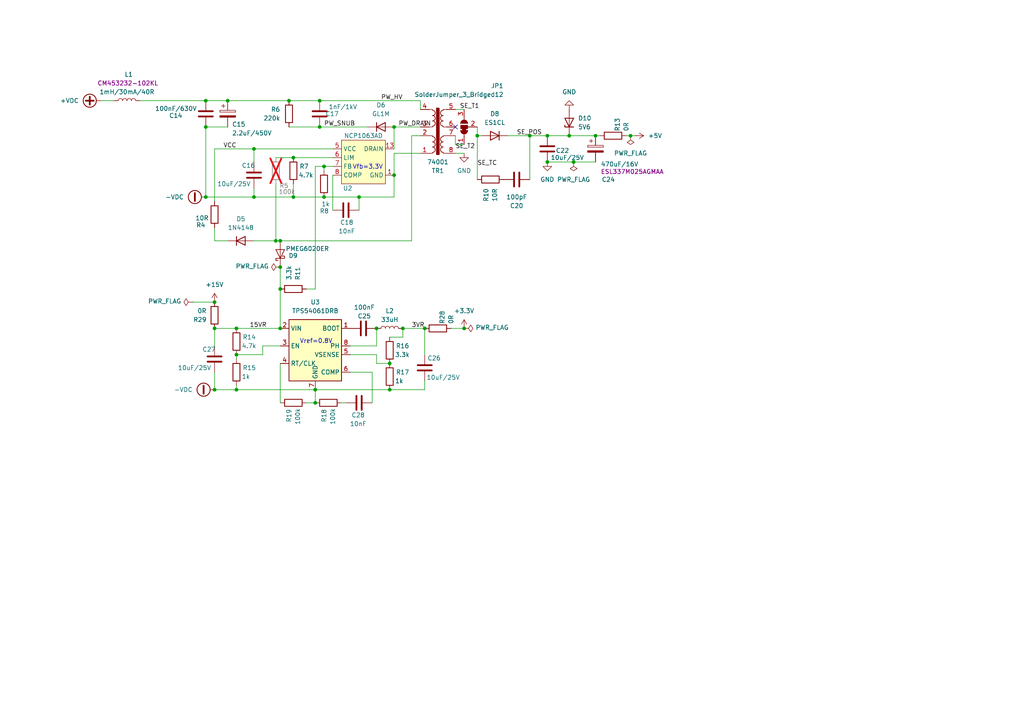
<source format=kicad_sch>
(kicad_sch (version 20231120) (generator "eeschema") (generator_version "8.0")
  (paper "A4")
  (lib_symbols
    (symbol "Device:C" (pin_numbers hide) (pin_names (offset 0.254))
      (property "Reference" "C" (at 0.635 2.54 0))
      (property "Value" "C" (at 0.635 -2.54 0))
      (symbol "C_0_1"
        (polyline (pts (xy -2.032 -0.762) (xy 2.032 -0.762)) (stroke (width 0.508)))
        (polyline (pts (xy -2.032 0.762) (xy 2.032 0.762)) (stroke (width 0.508)))
      )
      (symbol "C_1_1"
        (pin passive line (at 0 3.81 270) (length 2.794) (name "~") (number "1"))
        (pin passive line (at 0 -3.81 90) (length 2.794) (name "~") (number "2"))
      )
    )
    (symbol "Device:C_Polarized" (pin_numbers hide) (pin_names (offset 0.254))
      (property "Reference" "C" (at 0.635 2.54 0))
      (property "Value" "C_Polarized" (at 0.635 -2.54 0))
      (symbol "C_Polarized_0_1"
        (rectangle (start -2.286 0.508) (end 2.286 1.016))
        (polyline (pts (xy -1.778 2.286) (xy -0.762 2.286)))
        (polyline (pts (xy -1.27 2.794) (xy -1.27 1.778)))
        (rectangle (start 2.286 -0.508) (end -2.286 -1.016) (fill (type outline)))
      )
      (symbol "C_Polarized_1_1"
        (pin passive line (at 0 3.81 270) (length 2.794) (name "~") (number "1"))
        (pin passive line (at 0 -3.81 90) (length 2.794) (name "~") (number "2"))
      )
    )
    (symbol "Device:D" (pin_numbers hide) (pin_names (offset 1.016) hide)
      (property "Reference" "D" (at 0 2.54 0))
      (property "Value" "D" (at 0 -2.54 0))
      (symbol "D_0_1"
        (polyline (pts (xy -1.27 1.27) (xy -1.27 -1.27)) (stroke (width 0.254)))
        (polyline (pts (xy 1.27 0) (xy -1.27 0)))
        (polyline (pts (xy 1.27 1.27) (xy 1.27 -1.27) (xy -1.27 0) (xy 1.27 1.27)) (stroke (width 0.254)))
      )
      (symbol "D_1_1"
        (pin passive line (at -3.81 0 0) (length 2.54) (name "K") (number "1"))
        (pin passive line (at 3.81 0 180) (length 2.54) (name "A") (number "2"))
      )
    )
    (symbol "Device:D_Zener" (pin_numbers hide) (pin_names (offset 1.016) hide)
      (property "Reference" "D" (at 0 2.54 0))
      (property "Value" "D_Zener" (at 0 -2.54 0))
      (symbol "D_Zener_0_1"
        (polyline (pts (xy 1.27 0) (xy -1.27 0)))
        (polyline (pts (xy -1.27 -1.27) (xy -1.27 1.27) (xy -0.762 1.27)) (stroke (width 0.254)))
        (polyline (pts (xy 1.27 -1.27) (xy 1.27 1.27) (xy -1.27 0) (xy 1.27 -1.27)) (stroke (width 0.254)))
      )
      (symbol "D_Zener_1_1"
        (pin passive line (at -3.81 0 0) (length 2.54) (name "K") (number "1"))
        (pin passive line (at 3.81 0 180) (length 2.54) (name "A") (number "2"))
      )
    )
    (symbol "Device:L" (pin_numbers hide) (pin_names (offset 1.016) hide)
      (property "Reference" "L" (at -1.27 0 90))
      (property "Value" "L" (at 1.905 0 90))
      (symbol "L_0_1"
        (arc (start 0 -2.54) (mid 0.6323 -1.905) (end 0 -1.27))
        (arc (start 0 -1.27) (mid 0.6323 -0.635) (end 0 0))
        (arc (start 0 0) (mid 0.6323 0.635) (end 0 1.27))
        (arc (start 0 1.27) (mid 0.6323 1.905) (end 0 2.54))
      )
      (symbol "L_1_1"
        (pin passive line (at 0 3.81 270) (length 1.27) (name "1") (number "1"))
        (pin passive line (at 0 -3.81 90) (length 1.27) (name "2") (number "2"))
      )
    )
    (symbol "Device:R" (pin_numbers hide) (pin_names (offset 0))
      (property "Reference" "R" (at 2.032 0 90))
      (property "Value" "R" (at 0 0 90))
      (symbol "R_0_1"
        (rectangle (start -1.016 -2.54) (end 1.016 2.54) (stroke (width 0.254)))
      )
      (symbol "R_1_1"
        (pin passive line (at 0 3.81 270) (length 1.27) (name "~") (number "1"))
        (pin passive line (at 0 -3.81 90) (length 1.27) (name "~") (number "2"))
      )
    )
    (symbol "Diode:PMEG2010AEH" (pin_numbers hide) (pin_names hide)
      (property "Reference" "D" (at 0 2.54 0))
      (property "Value" "PMEG2010AEH" (at 0 -2.54 0))
      (symbol "PMEG2010AEH_0_1"
        (polyline (pts (xy 1.27 0) (xy -1.27 0)))
        (polyline (pts (xy 1.27 1.27) (xy 1.27 -1.27) (xy -1.27 0) (xy 1.27 1.27)) (stroke (width 0.2032)))
        (polyline (pts (xy -1.905 0.635) (xy -1.905 1.27) (xy -1.27 1.27) (xy -1.27 -1.27) (xy -0.635 -1.27) (xy -0.635 -0.635)) (stroke (width 0.2032)))
      )
      (symbol "PMEG2010AEH_1_1"
        (pin passive line (at -3.81 0 0) (length 2.54) (name "K") (number "1"))
        (pin passive line (at 3.81 0 180) (length 2.54) (name "A") (number "2"))
      )
    )
    (symbol "EAX:NCP1063AD"
      (property "Reference" "U" (at -5.588 8.382 0))
      (property "Value" "NCP1063AD" (at -0.508 6.35 0))
      (symbol "NCP1063AD_1_0"
        (pin passive line (at 8.89 -5.08 180) (length 2.54) hide (name "GND") (number "2"))
        (pin passive line (at 8.89 -5.08 180) (length 2.54) hide (name "GND") (number "3"))
        (pin passive line (at 8.89 -5.08 180) (length 2.54) hide (name "GND") (number "4"))
      )
      (symbol "NCP1063AD_1_1"
        (rectangle (start -6.35 5.08) (end 6.35 -7.62) (fill (type background)))
        (pin power_in line (at 8.89 -5.08 180) (length 2.54) (name "GND") (number "1"))
        (pin no_connect line (at 6.35 -12.7 180) (length 2.54) hide (name "NC") (number "10"))
        (pin no_connect line (at 6.35 -15.24 180) (length 2.54) hide (name "NC") (number "11"))
        (pin no_connect line (at 6.35 -17.78 180) (length 2.54) hide (name "NC") (number "12"))
        (pin output line (at 8.89 2.54 180) (length 2.54) (name "DRAIN") (number "13"))
        (pin output line (at 8.89 2.54 180) (length 2.54) hide (name "DRAIN") (number "14"))
        (pin output line (at 8.89 2.54 180) (length 2.54) hide (name "DRAIN") (number "15"))
        (pin output line (at 8.89 2.54 180) (length 2.54) hide (name "DRAIN") (number "16"))
        (pin passive line (at -8.89 2.54 0) (length 2.54) (name "VCC") (number "5"))
        (pin passive line (at -8.89 0 0) (length 2.54) (name "LIM") (number "6"))
        (pin passive line (at -8.89 -2.54 0) (length 2.54) (name "FB") (number "7"))
        (pin passive line (at -8.89 -5.08 0) (length 2.54) (name "COMP") (number "8"))
        (pin no_connect line (at 6.35 -10.16 180) (length 2.54) hide (name "NC") (number "9"))
      )
    )
    (symbol "Jumper:SolderJumper_3_Bridged12" (pin_names (offset 0) hide) (exclude_from_sim yes) (in_bom no)
      (property "Reference" "JP" (at -2.54 -2.54 0))
      (property "Value" "SolderJumper_3_Bridged12" (at 0 2.794 0))
      (symbol "SolderJumper_3_Bridged12_0_1"
        (rectangle (start -1.016 0.508) (end -0.508 -0.508) (fill (type outline)))
        (arc (start -1.016 1.016) (mid -2.0276 0) (end -1.016 -1.016))
        (arc (start -1.016 1.016) (mid -2.0276 0) (end -1.016 -1.016) (fill (type outline)))
        (rectangle (start -0.508 1.016) (end 0.508 -1.016) (fill (type outline)))
        (polyline (pts (xy -2.54 0) (xy -2.032 0)))
        (polyline (pts (xy -1.016 1.016) (xy -1.016 -1.016)))
        (polyline (pts (xy 0 -1.27) (xy 0 -1.016)))
        (polyline (pts (xy 1.016 1.016) (xy 1.016 -1.016)))
        (polyline (pts (xy 2.54 0) (xy 2.032 0)))
        (arc (start 1.016 -1.016) (mid 2.0276 0) (end 1.016 1.016))
        (arc (start 1.016 -1.016) (mid 2.0276 0) (end 1.016 1.016) (fill (type outline)))
      )
      (symbol "SolderJumper_3_Bridged12_1_1"
        (pin passive line (at -5.08 0 0) (length 2.54) (name "A") (number "1"))
        (pin passive line (at 0 -3.81 90) (length 2.54) (name "C") (number "2"))
        (pin passive line (at 5.08 0 180) (length 2.54) (name "B") (number "3"))
      )
    )
    (symbol "Regulator_Switching:TPS54061DRB"
      (property "Reference" "U" (at -7.62 11.43 0))
      (property "Value" "TPS54061DRB" (at -7.62 8.89 0))
      (symbol "TPS54061DRB_0_1"
        (rectangle (start -7.62 7.62) (end 7.62 -10.16) (stroke (width 0.254)) (fill (type background)))
      )
      (symbol "TPS54061DRB_1_1"
        (pin passive line (at 10.16 5.08 180) (length 2.54) (name "BOOT") (number "1"))
        (pin power_in line (at -10.16 5.08 0) (length 2.54) (name "VIN") (number "2"))
        (pin input line (at -10.16 0 0) (length 2.54) (name "EN") (number "3"))
        (pin passive line (at -10.16 -5.08 0) (length 2.54) (name "RT/CLK") (number "4"))
        (pin input line (at 10.16 -2.54 180) (length 2.54) (name "VSENSE") (number "5"))
        (pin passive line (at 10.16 -7.62 180) (length 2.54) (name "COMP") (number "6"))
        (pin power_in line (at 0 -12.7 90) (length 2.54) (name "GND") (number "7"))
        (pin power_out line (at 10.16 0 180) (length 2.54) (name "PH") (number "8"))
        (pin passive line (at 0 -12.7 90) (length 2.54) hide (name "GND") (number "9"))
      )
    )
    (symbol "TRANSF6_1" (pin_names (offset 0))
      (property "Reference" "TR2" (at 0 12.7 0))
      (property "Value" "TRANSF6" (at 0 10.16 0))
      (symbol "TRANSF6_1_0_1"
        (arc (start -1.524 -4.826) (mid -0.7653 -4.064) (end -1.524 -3.302) (stroke (width 0.2032)))
        (arc (start -1.524 -3.302) (mid -0.7653 -2.54) (end -1.524 -1.778) (stroke (width 0.2032)))
        (arc (start -1.524 -1.778) (mid -0.7653 -1.016) (end -1.524 -0.254) (stroke (width 0.2032)))
        (arc (start -1.524 2.794) (mid -0.7653 3.556) (end -1.524 4.318) (stroke (width 0.2032)))
        (arc (start -1.524 4.318) (mid -0.7653 5.08) (end -1.524 5.842) (stroke (width 0.2032)))
        (arc (start -1.524 5.842) (mid -0.7653 6.604) (end -1.524 7.366) (stroke (width 0.2032)))
        (rectangle (start -0.254 7.874) (end 0.254 -5.334) (stroke (width 0.508)) (fill (type outline)))
        (polyline (pts (xy 1.524 -4.826) (xy 1.524 -5.08) (xy 1.524 -5.08)) (fill (type outline)))
        (polyline (pts (xy 1.524 0) (xy 1.524 -0.254) (xy 1.524 -0.254)) (fill (type outline)))
        (polyline (pts (xy 1.524 0) (xy 2.54 0) (xy 2.54 0)))
        (polyline (pts (xy 1.524 2.54) (xy 1.524 2.794) (xy 1.524 2.794)) (fill (type outline)))
        (polyline (pts (xy 1.524 2.54) (xy 2.54 2.54) (xy 2.54 2.54)))
        (polyline (pts (xy 1.524 7.62) (xy 1.524 7.366) (xy 1.524 7.366)) (fill (type outline)))
        (polyline (pts (xy 1.524 7.62) (xy 2.54 7.62) (xy 2.54 7.62)))
        (polyline (pts (xy 2.54 -5.08) (xy 1.524 -5.08) (xy 1.524 -5.08)))
        (polyline (pts (xy -1.524 -4.826) (xy -1.524 -5.08) (xy -2.54 -5.08) (xy -2.54 -5.08)))
        (polyline (pts (xy -1.524 -0.254) (xy -1.524 0) (xy -2.54 0) (xy -2.54 0)))
        (polyline (pts (xy -1.524 2.794) (xy -1.524 2.54) (xy -2.54 2.54) (xy -2.54 2.54)))
        (polyline (pts (xy -1.524 7.366) (xy -1.524 7.62) (xy -2.54 7.62) (xy -2.54 7.62)))
        (arc (start 1.524 -3.302) (mid 0.7653 -4.064) (end 1.524 -4.826) (stroke (width 0.2032)))
        (arc (start 1.524 -1.778) (mid 0.7653 -2.54) (end 1.524 -3.302) (stroke (width 0.2032)))
        (arc (start 1.524 -0.254) (mid 0.7653 -1.016) (end 1.524 -1.778) (stroke (width 0.2032)))
        (arc (start 1.524 4.318) (mid 0.7653 3.556) (end 1.524 2.794) (stroke (width 0.2032)))
        (arc (start 1.524 5.842) (mid 0.7653 5.08) (end 1.524 4.318) (stroke (width 0.2032)))
        (arc (start 1.524 7.366) (mid 0.7653 6.604) (end 1.524 5.842) (stroke (width 0.2032)))
      )
      (symbol "TRANSF6_1_1_1"
        (pin passive line (at -5.08 7.62 0) (length 2.54) (name "~") (number "1"))
        (pin passive line (at -5.08 2.54 0) (length 2.54) (name "~") (number "2"))
        (pin passive line (at -5.08 0 0) (length 2.54) (name "~") (number "3"))
        (pin passive line (at -5.08 -5.08 0) (length 2.54) (name "~") (number "4"))
        (pin passive line (at 5.08 -5.08 180) (length 2.54) (name "~") (number "5"))
        (pin passive line (at 5.08 0 180) (length 2.54) (name "~") (number "6"))
        (pin passive line (at 5.08 2.54 180) (length 2.54) (name "~") (number "7"))
        (pin passive line (at 5.08 7.62 180) (length 2.54) (name "~") (number "8"))
      )
    )
    (symbol "power:+15V" (power) (pin_numbers hide) (pin_names (offset 0) hide)
      (property "Value" "+15V" (at 0 3.556 0))
      (symbol "+15V_0_1"
        (polyline (pts (xy -0.762 1.27) (xy 0 2.54)))
        (polyline (pts (xy 0 0) (xy 0 2.54)))
        (polyline (pts (xy 0 2.54) (xy 0.762 1.27)))
      )
      (symbol "+15V_1_1"
        (pin power_in line (at 0 0 90) (length 0) (name "~") (number "1"))
      )
    )
    (symbol "power:+3.3V" (power) (pin_numbers hide) (pin_names (offset 0) hide)
      (property "Value" "+3.3V" (at 0 3.556 0))
      (symbol "+3.3V_0_1"
        (polyline (pts (xy -0.762 1.27) (xy 0 2.54)))
        (polyline (pts (xy 0 0) (xy 0 2.54)))
        (polyline (pts (xy 0 2.54) (xy 0.762 1.27)))
      )
      (symbol "+3.3V_1_1"
        (pin power_in line (at 0 0 90) (length 0) (name "~") (number "1"))
      )
    )
    (symbol "power:+5V" (power) (pin_numbers hide) (pin_names (offset 0) hide)
      (property "Value" "+5V" (at 0 3.556 0))
      (symbol "+5V_0_1"
        (polyline (pts (xy -0.762 1.27) (xy 0 2.54)))
        (polyline (pts (xy 0 0) (xy 0 2.54)))
        (polyline (pts (xy 0 2.54) (xy 0.762 1.27)))
      )
      (symbol "+5V_1_1"
        (pin power_in line (at 0 0 90) (length 0) (name "~") (number "1"))
      )
    )
    (symbol "power:+VDC" (power) (pin_numbers hide) (pin_names (offset 0) hide)
      (property "Value" "+VDC" (at 0 6.35 0))
      (symbol "+VDC_0_1"
        (polyline (pts (xy -1.143 3.175) (xy 1.143 3.175)) (stroke (width 0.508)))
        (polyline (pts (xy 0 0) (xy 0 1.27)))
        (polyline (pts (xy 0 2.032) (xy 0 4.318)) (stroke (width 0.508)))
        (circle (center 0 3.175) (radius 1.905) (stroke (width 0.254)))
      )
      (symbol "+VDC_1_1"
        (pin power_in line (at 0 0 90) (length 0) (name "~") (number "1"))
      )
    )
    (symbol "power:-VDC" (power) (pin_numbers hide) (pin_names (offset 0) hide)
      (property "Value" "-VDC" (at 0 6.35 0))
      (symbol "-VDC_0_1"
        (polyline (pts (xy -1.143 3.175) (xy 1.143 3.175)) (stroke (width 0.508)))
        (polyline (pts (xy 0 0) (xy 0 1.27)))
        (circle (center 0 3.175) (radius 1.905) (stroke (width 0.254)))
      )
      (symbol "-VDC_1_1"
        (pin power_in line (at 0 0 90) (length 0) (name "~") (number "1"))
      )
    )
    (symbol "power:GND" (power) (pin_numbers hide) (pin_names (offset 0) hide)
      (property "Value" "GND" (at 0 -3.81 0))
      (symbol "GND_0_1"
        (polyline (pts (xy 0 0) (xy 0 -1.27) (xy 1.27 -1.27) (xy 0 -2.54) (xy -1.27 -1.27) (xy 0 -1.27)))
      )
      (symbol "GND_1_1"
        (pin power_in line (at 0 0 270) (length 0) (name "~") (number "1"))
      )
    )
    (symbol "power:PWR_FLAG" (power) (pin_numbers hide) (pin_names (offset 0) hide)
      (property "Value" "PWR_FLAG" (at 0 3.81 0))
      (symbol "PWR_FLAG_0_0"
        (pin power_out line (at 0 0 90) (length 0) (name "~") (number "1"))
      )
      (symbol "PWR_FLAG_0_1"
        (polyline (pts (xy 0 0) (xy 0 1.27) (xy -1.016 1.905) (xy 0 2.54) (xy 1.016 1.905) (xy 0 1.27)))
      )
    )
  )
  (junction (at 113.03 105.41))
  (junction (at 92.71 36.83))
  (junction (at 68.58 102.87))
  (junction (at 81.28 95.25))
  (junction (at 91.44 116.84))
  (junction (at 158.75 39.37))
  (junction (at 73.66 57.15))
  (junction (at 172.72 39.37))
  (junction (at 104.14 57.15))
  (junction (at 93.98 48.26))
  (junction (at 116.84 95.25))
  (junction (at 62.23 87.63))
  (junction (at 59.69 57.15))
  (junction (at 158.75 46.99))
  (junction (at 66.04 29.21))
  (junction (at 153.67 39.37))
  (junction (at 62.23 95.25))
  (junction (at 80.01 69.85))
  (junction (at 166.37 46.99))
  (junction (at 91.44 113.03))
  (junction (at 81.28 69.85))
  (junction (at 123.19 95.25))
  (junction (at 81.28 77.47))
  (junction (at 81.28 83.82))
  (junction (at 59.69 29.21))
  (junction (at 182.88 39.37))
  (junction (at 109.22 95.25))
  (junction (at 134.62 95.25))
  (junction (at 93.98 57.15))
  (junction (at 83.82 29.21))
  (junction (at 59.69 36.83))
  (junction (at 68.58 95.25))
  (junction (at 73.66 43.18))
  (junction (at 92.71 29.21))
  (junction (at 68.58 113.03))
  (junction (at 62.23 113.03))
  (junction (at 114.3 36.83))
  (junction (at 138.43 39.37))
  (junction (at 85.09 57.15))
  (junction (at 114.3 50.8))
  (junction (at 85.09 45.72))
  (junction (at 165.1 39.37))
  (junction (at 113.03 113.03))
  (no_connect (at 132.08 36.83))
  (wire (pts (xy 116.84 97.79) (xy 116.84 95.25)))
  (wire (pts (xy 113.03 97.79) (xy 116.84 97.79)))
  (wire (pts (xy 73.66 43.18) (xy 73.66 46.99)))
  (wire (pts (xy 62.23 107.95) (xy 62.23 113.03)))
  (wire (pts (xy 96.52 50.8) (xy 96.52 60.96)))
  (wire (pts (xy 147.32 39.37) (xy 153.67 39.37)))
  (wire (pts (xy 81.28 83.82) (xy 81.28 95.25)))
  (wire (pts (xy 132.08 31.75) (xy 134.62 31.75)))
  (wire (pts (xy 85.09 57.15) (xy 85.09 53.34)))
  (wire (pts (xy 166.37 46.99) (xy 172.72 46.99)))
  (wire (pts (xy 68.58 113.03) (xy 91.44 113.03)))
  (wire (pts (xy 153.67 39.37) (xy 153.67 52.07)))
  (wire (pts (xy 91.44 48.26) (xy 91.44 83.82)))
  (wire (pts (xy 68.58 102.87) (xy 68.58 104.14)))
  (wire (pts (xy 73.66 57.15) (xy 85.09 57.15)))
  (wire (pts (xy 62.23 43.18) (xy 73.66 43.18)))
  (wire (pts (xy 123.19 110.49) (xy 123.19 113.03)))
  (wire (pts (xy 113.03 113.03) (xy 91.44 113.03)))
  (wire (pts (xy 91.44 48.26) (xy 93.98 48.26)))
  (wire (pts (xy 114.3 36.83) (xy 121.92 36.83)))
  (wire (pts (xy 114.3 36.83) (xy 114.3 43.18)))
  (wire (pts (xy 83.82 29.21) (xy 92.71 29.21)))
  (wire (pts (xy 181.61 39.37) (xy 182.88 39.37)))
  (wire (pts (xy 165.1 39.37) (xy 172.72 39.37)))
  (wire (pts (xy 107.95 107.95) (xy 107.95 116.84)))
  (wire (pts (xy 121.92 44.45) (xy 114.3 44.45)))
  (wire (pts (xy 80.01 53.34) (xy 80.01 69.85)))
  (wire (pts (xy 172.72 39.37) (xy 173.99 39.37)))
  (wire (pts (xy 138.43 39.37) (xy 138.43 52.07)))
  (wire (pts (xy 40.64 29.21) (xy 59.69 29.21)))
  (wire (pts (xy 76.2 100.33) (xy 76.2 102.87)))
  (wire (pts (xy 59.69 57.15) (xy 59.69 36.83)))
  (wire (pts (xy 119.38 39.37) (xy 121.92 39.37)))
  (wire (pts (xy 121.92 29.21) (xy 121.92 31.75)))
  (wire (pts (xy 101.6 107.95) (xy 107.95 107.95)))
  (wire (pts (xy 138.43 36.83) (xy 138.43 39.37)))
  (wire (pts (xy 85.09 45.72) (xy 96.52 45.72)))
  (wire (pts (xy 119.38 39.37) (xy 119.38 69.85)))
  (wire (pts (xy 80.01 45.72) (xy 85.09 45.72)))
  (wire (pts (xy 158.75 46.99) (xy 166.37 46.99)))
  (wire (pts (xy 99.06 116.84) (xy 100.33 116.84)))
  (wire (pts (xy 81.28 69.85) (xy 80.01 69.85)))
  (wire (pts (xy 73.66 57.15) (xy 73.66 54.61)))
  (wire (pts (xy 132.08 39.37) (xy 132.08 41.91)))
  (wire (pts (xy 59.69 29.21) (xy 66.04 29.21)))
  (wire (pts (xy 109.22 100.33) (xy 109.22 95.25)))
  (wire (pts (xy 80.01 69.85) (xy 73.66 69.85)))
  (wire (pts (xy 158.75 39.37) (xy 165.1 39.37)))
  (wire (pts (xy 132.08 41.91) (xy 134.62 41.91)))
  (wire (pts (xy 81.28 69.85) (xy 119.38 69.85)))
  (wire (pts (xy 66.04 29.21) (xy 83.82 29.21)))
  (wire (pts (xy 114.3 44.45) (xy 114.3 50.8)))
  (wire (pts (xy 62.23 95.25) (xy 68.58 95.25)))
  (wire (pts (xy 93.98 57.15) (xy 104.14 57.15)))
  (wire (pts (xy 66.04 69.85) (xy 62.23 69.85)))
  (wire (pts (xy 81.28 100.33) (xy 76.2 100.33)))
  (wire (pts (xy 101.6 102.87) (xy 109.22 102.87)))
  (wire (pts (xy 116.84 95.25) (xy 123.19 95.25)))
  (wire (pts (xy 114.3 50.8) (xy 114.3 57.15)))
  (wire (pts (xy 83.82 36.83) (xy 92.71 36.83)))
  (wire (pts (xy 91.44 113.03) (xy 91.44 116.84)))
  (wire (pts (xy 109.22 105.41) (xy 113.03 105.41)))
  (wire (pts (xy 29.21 29.21) (xy 33.02 29.21)))
  (wire (pts (xy 153.67 39.37) (xy 158.75 39.37)))
  (wire (pts (xy 104.14 57.15) (xy 104.14 60.96)))
  (wire (pts (xy 55.88 87.63) (xy 62.23 87.63)))
  (wire (pts (xy 91.44 83.82) (xy 88.9 83.82)))
  (wire (pts (xy 81.28 105.41) (xy 81.28 116.84)))
  (wire (pts (xy 114.3 57.15) (xy 104.14 57.15)))
  (wire (pts (xy 62.23 69.85) (xy 62.23 66.04)))
  (wire (pts (xy 96.52 43.18) (xy 73.66 43.18)))
  (wire (pts (xy 73.66 57.15) (xy 59.69 57.15)))
  (wire (pts (xy 68.58 111.76) (xy 68.58 113.03)))
  (wire (pts (xy 101.6 100.33) (xy 109.22 100.33)))
  (wire (pts (xy 92.71 29.21) (xy 121.92 29.21)))
  (wire (pts (xy 123.19 113.03) (xy 113.03 113.03)))
  (wire (pts (xy 81.28 77.47) (xy 81.28 83.82)))
  (wire (pts (xy 123.19 95.25) (xy 123.19 102.87)))
  (wire (pts (xy 138.43 39.37) (xy 139.7 39.37)))
  (wire (pts (xy 130.81 95.25) (xy 134.62 95.25)))
  (wire (pts (xy 92.71 36.83) (xy 106.68 36.83)))
  (wire (pts (xy 182.88 39.37) (xy 184.15 39.37)))
  (wire (pts (xy 109.22 102.87) (xy 109.22 105.41)))
  (wire (pts (xy 88.9 116.84) (xy 91.44 116.84)))
  (wire (pts (xy 62.23 113.03) (xy 68.58 113.03)))
  (wire (pts (xy 93.98 48.26) (xy 96.52 48.26)))
  (wire (pts (xy 68.58 95.25) (xy 81.28 95.25)))
  (wire (pts (xy 76.2 102.87) (xy 68.58 102.87)))
  (wire (pts (xy 85.09 57.15) (xy 93.98 57.15)))
  (wire (pts (xy 62.23 100.33) (xy 62.23 95.25)))
  (wire (pts (xy 62.23 58.42) (xy 62.23 43.18)))
  (wire (pts (xy 132.08 44.45) (xy 134.62 44.45)))
  (wire (pts (xy 59.69 36.83) (xy 66.04 36.83)))
  (wire (pts (xy 93.98 48.26) (xy 93.98 49.53)))
  (text "Vref=0.8V" (at 91.694 99.06 0) (effects (font (size 1.27 1.27))))
  (text "Vfb=3.3V" (at 106.68 48.514 0) (effects (font (size 1.27 1.27))))
  (label "SE_POS" (at 149.86 39.37 0))
  (label "SE_T2" (at 132.08 41.91 0))
  (label "SE_T1" (at 133.35 31.75 0))
  (label "PW_SNUB" (at 93.98 36.83 0))
  (label "3VR" (at 119.38 95.25 0))
  (label "PW_HV" (at 110.49 29.21 0))
  (label "PW_DRAIN" (at 115.57 36.83 0))
  (label "VCC" (at 64.77 43.18 0))
  (label "SE_TC" (at 138.43 48.26 0))
  (label "15VR" (at 72.39 95.25 0))
  (symbol (lib_id "Device:R") (at 93.98 53.34 0) (unit 1)
    (property "Reference" "R8" (at 92.71 61.214 0) (effects (justify left)))
    (property "Value" "1k" (at 93.218 59.182 0) (effects (justify left)))
    (property "Footprint" "Resistor_SMD:R_0603_1608Metric_Pad0.98x0.95mm_HandSolder" (effects (hide yes)))
    (property "Description" "Resistor" (effects (hide yes)))
  )
  (symbol (lib_id "Device:R") (at 95.25 116.84 90) (mirror x) (unit 1)
    (property "Reference" "R18" (at 93.98 118.618 0) (effects (justify left)))
    (property "Value" "100k" (at 96.52 118.364 0) (effects (justify left)))
    (property "Footprint" "Resistor_SMD:R_0603_1608Metric_Pad0.98x0.95mm_HandSolder" (effects (hide yes)))
    (property "Description" "Resistor" (effects (hide yes)))
  )
  (symbol (lib_id "Device:D_Zener") (at 165.1 35.56 90) (unit 1)
    (property "Reference" "D10" (at 167.64 34.2899 90) (effects (justify right)))
    (property "Value" "5V6" (at 167.64 36.8299 90) (effects (justify right)))
    (property "Footprint" "Diode_SMD:D_SOD-123" (effects (hide yes)))
    (property "Description" "Zener diode" (effects (hide yes)))
  )
  (symbol (lib_id "power:PWR_FLAG") (at 81.28 77.47 90) (mirror x) (unit 1)
    (property "Reference" "#FLG03" (effects (hide yes)))
    (property "Value" "PWR_FLAG" (at 73.152 77.216 90))
    (property "Description" "Special symbol for telling ERC where power comes from" (effects (hide yes)))
  )
  (symbol (lib_id "Device:R") (at 83.82 33.02 0) (mirror y) (unit 1)
    (property "Reference" "R6" (at 81.28 31.7499 0) (effects (justify left)))
    (property "Value" "220k" (at 81.28 34.2899 0) (effects (justify left)))
    (property "Footprint" "Resistor_SMD:R_1206_3216Metric_Pad1.30x1.75mm_HandSolder" (effects (hide yes)))
    (property "Description" "Resistor" (effects (hide yes)))
  )
  (symbol (lib_id "Diode:PMEG2010AEH") (at 81.28 73.66 90) (unit 1)
    (property "Reference" "D9" (at 85.0265 74.168 90))
    (property "Value" "PMEG6020ER" (at 89.154 72.136 90))
    (property "Footprint" "Diode_SMD:D_SOD-123F" (effects (hide yes)))
    (property "Datasheet" "https://assets.nexperia.com/documents/data-sheet/PMEG2010AEH_PMEG2010AET.pdf" (effects (hide yes)))
    (property "Description" "20V, 1A very low Vf MEGA Schottky barrier rectifier, SOD-123F" (effects (hide yes)))
  )
  (symbol (lib_id "power:PWR_FLAG") (at 55.88 87.63 90) (mirror x) (unit 1)
    (property "Reference" "#FLG07" (effects (hide yes)))
    (property "Value" "PWR_FLAG" (at 47.752 87.376 90))
    (property "Description" "Special symbol for telling ERC where power comes from" (effects (hide yes)))
  )
  (symbol (lib_id "Device:R") (at 62.23 91.44 180) (unit 1)
    (property "Reference" "R29" (at 59.944 92.71 0) (effects (justify left)))
    (property "Value" "0R" (at 59.944 90.17 0) (effects (justify left)))
    (property "Footprint" "Resistor_SMD:R_0603_1608Metric_Pad0.98x0.95mm_HandSolder" (effects (hide yes)))
    (property "Description" "Resistor" (effects (hide yes)))
  )
  (symbol (lib_id "Device:C") (at 104.14 116.84 270) (unit 1)
    (property "Reference" "C28" (at 103.886 120.396 90))
    (property "Value" "10nF" (at 103.886 122.936 90))
    (property "Footprint" "Capacitor_SMD:C_0603_1608Metric_Pad1.08x0.95mm_HandSolder" (effects (hide yes)))
    (property "Description" "Unpolarized capacitor" (effects (hide yes)))
  )
  (symbol (lib_id "power:-VDC") (at 59.69 57.15 90) (unit 1)
    (property "Reference" "#PWR09" (effects (hide yes)))
    (property "Value" "-VDC" (at 53.34 57.1499 90) (effects (justify left)))
    (property "Description" "Power symbol creates a global label with name \"-VDC\"" (effects (hide yes)))
  )
  (symbol (lib_id "EAX:NCP1063AD") (at 105.41 45.72 0) (unit 1)
    (property "Reference" "U2" (at 100.838 54.61 0))
    (property "Value" "NCP1063AD" (at 105.41 39.37 0))
    (property "Footprint" "Package_SO:SOIC-16_3.9x9.9mm_P1.27mm" (effects (hide yes)))
  )
  (symbol (lib_id "power:PWR_FLAG") (at 182.88 39.37 0) (mirror x) (unit 1)
    (property "Reference" "#FLG02" (effects (hide yes)))
    (property "Value" "PWR_FLAG" (at 182.88 44.45 0))
    (property "Description" "Special symbol for telling ERC where power comes from" (effects (hide yes)))
  )
  (symbol (lib_id "power:GND") (at 134.62 44.45 0) (unit 1)
    (property "Reference" "#PWR06" (effects (hide yes)))
    (property "Value" "GND" (at 134.62 49.53 0))
    (property "Description" "Power symbol creates a global label with name \"GND\" , ground" (effects (hide yes)))
  )
  (symbol (lib_id "Device:L") (at 113.03 95.25 90) (unit 1)
    (property "Reference" "L2" (at 113.03 90.17 90))
    (property "Value" "33uH" (at 113.03 92.71 90))
    (property "Footprint" "Inductor_SMD:L_1812_4532Metric" (effects (hide yes)))
    (property "Description" "Inductor" (effects (hide yes)))
    (property "Partno" "SRN4018-330M" (effects (hide yes)))
  )
  (symbol (lib_id "Device:C") (at 73.66 50.8 0) (unit 1)
    (property "Reference" "C16" (at 70.104 48.006 0) (effects (justify left)))
    (property "Value" "10uF/25V" (at 62.992 53.34 0) (effects (justify left)))
    (property "Footprint" "Capacitor_SMD:C_0805_2012Metric_Pad1.18x1.45mm_HandSolder" (effects (hide yes)))
    (property "Description" "Unpolarized capacitor" (effects (hide yes)))
  )
  (symbol (lib_id "Device:R") (at 68.58 99.06 0) (unit 1)
    (property "Reference" "R14" (at 70.358 97.79 0) (effects (justify left)))
    (property "Value" "4.7k" (at 70.104 100.33 0) (effects (justify left)))
    (property "Footprint" "Resistor_SMD:R_0603_1608Metric_Pad0.98x0.95mm_HandSolder" (effects (hide yes)))
    (property "Description" "Resistor" (effects (hide yes)))
  )
  (symbol (lib_id "Device:R") (at 80.01 49.53 180) (unit 1) (dnp yes)
    (property "Reference" "R5" (at 81.026 53.848 0) (effects (justify right)))
    (property "Value" "100k" (at 80.772 55.626 0) (effects (justify right)))
    (property "Footprint" "Resistor_SMD:R_0603_1608Metric_Pad0.98x0.95mm_HandSolder" (effects (hide yes)))
    (property "Description" "Resistor" (effects (hide yes)))
  )
  (symbol (lib_id "power:+5V") (at 184.15 39.37 270) (unit 1)
    (property "Reference" "#PWR08" (effects (hide yes)))
    (property "Value" "+5V" (at 187.96 39.3699 90) (effects (justify left)))
    (property "Description" "Power symbol creates a global label with name \"+5V\"" (effects (hide yes)))
  )
  (symbol (lib_id "Device:C") (at 59.69 33.02 0) (unit 1)
    (property "Reference" "C14" (at 49.022 33.528 0) (effects (justify left)))
    (property "Value" "100nF/630V" (at 44.958 31.496 0) (effects (justify left)))
    (property "Footprint" "Capacitor_SMD:C_1210_3225Metric" (effects (hide yes)))
    (property "Description" "Unpolarized capacitor" (effects (hide yes)))
  )
  (symbol (lib_id "Device:R") (at 113.03 109.22 0) (unit 1)
    (property "Reference" "R17" (at 114.808 107.95 0) (effects (justify left)))
    (property "Value" "1k" (at 114.554 110.49 0) (effects (justify left)))
    (property "Footprint" "Resistor_SMD:R_0603_1608Metric_Pad0.98x0.95mm_HandSolder" (effects (hide yes)))
    (property "Description" "Resistor" (effects (hide yes)))
  )
  (symbol (lib_id "Regulator_Switching:TPS54061DRB") (at 91.44 100.33 0) (unit 1)
    (property "Reference" "U3" (at 91.44 87.63 0))
    (property "Value" "TPS54061DRB" (at 91.44 90.17 0))
    (property "Footprint" "Package_SON:Texas_S-PVSON-N8" (effects (hide yes)))
    (property "Datasheet" "http://www.ti.com/lit/ds/symlink/tps54061.pdf" (effects (hide yes)))
    (property "Description" "0.2A, Step Down DC-DC Converter with Low IQ, 4.5-60V Input Voltage, VSON-8" (effects (hide yes)))
  )
  (symbol (lib_id "Jumper:SolderJumper_3_Bridged12") (at 134.62 36.83 90) (unit 1) (exclude_from_sim yes) (in_bom no)
    (property "Reference" "JP1" (at 146.05 24.892 90) (effects (justify left)))
    (property "Value" "SolderJumper_3_Bridged12" (at 146.05 27.432 90) (effects (justify left)))
    (property "Footprint" "Jumper:SolderJumper-3_P1.3mm_Bridged12_RoundedPad1.0x1.5mm" (effects (hide yes)))
    (property "Description" "3-pole Solder Jumper, pins 1+2 closed/bridged" (effects (hide yes)))
  )
  (symbol (lib_id "Device:C") (at 158.75 43.18 0) (mirror y) (unit 1)
    (property "Reference" "C22" (at 165.1 43.688 0) (effects (justify left)))
    (property "Value" "10uF/25V" (at 169.418 45.72 0) (effects (justify left)))
    (property "Footprint" "Capacitor_SMD:C_0805_2012Metric_Pad1.18x1.45mm_HandSolder" (effects (hide yes)))
    (property "Description" "Unpolarized capacitor" (effects (hide yes)))
  )
  (symbol (lib_id "Device:C") (at 105.41 95.25 90) (unit 1)
    (property "Reference" "C25" (at 105.664 91.694 90))
    (property "Value" "100nF" (at 105.664 89.154 90))
    (property "Footprint" "Capacitor_SMD:C_0603_1608Metric_Pad1.08x0.95mm_HandSolder" (effects (hide yes)))
    (property "Description" "Unpolarized capacitor" (effects (hide yes)))
  )
  (symbol (lib_id "Device:D") (at 143.51 39.37 180) (unit 1)
    (property "Reference" "D8" (at 143.51 33.02 0))
    (property "Value" "ES1CL" (at 143.51 35.56 0))
    (property "Footprint" "Diode_SMD:D_MiniMELF" (effects (hide yes)))
    (property "Description" "Diode" (effects (hide yes)))
    (property "Sim.Device" "D" (effects (hide yes)))
    (property "Sim.Pins" "1=K 2=A" (effects (hide yes)))
  )
  (symbol (lib_id "power:PWR_FLAG") (at 166.37 46.99 0) (mirror x) (unit 1)
    (property "Reference" "#FLG01" (effects (hide yes)))
    (property "Value" "PWR_FLAG" (at 166.37 52.07 0))
    (property "Description" "Special symbol for telling ERC where power comes from" (effects (hide yes)))
  )
  (symbol (lib_id "Device:C") (at 149.86 52.07 90) (mirror x) (unit 1)
    (property "Reference" "C20" (at 149.86 59.69 90))
    (property "Value" "100pF" (at 149.86 57.15 90))
    (property "Footprint" "Capacitor_SMD:C_0603_1608Metric_Pad1.08x0.95mm_HandSolder" (effects (hide yes)))
    (property "Description" "Unpolarized capacitor" (effects (hide yes)))
  )
  (symbol (lib_name "TRANSF6_1") (lib_id "Transformer:TRANSF6") (at 127 36.83 0) (mirror x) (unit 1)
    (property "Reference" "TR1" (at 127 49.53 0))
    (property "Value" "74001" (at 127 46.99 0))
    (property "Footprint" "EAX:Myrra_74000" (effects (hide yes)))
  )
  (symbol (lib_id "Device:C") (at 100.33 60.96 90) (mirror x) (unit 1)
    (property "Reference" "C18" (at 100.584 64.516 90))
    (property "Value" "10nF" (at 100.584 67.056 90))
    (property "Footprint" "Capacitor_SMD:C_0603_1608Metric_Pad1.08x0.95mm_HandSolder" (effects (hide yes)))
    (property "Description" "Unpolarized capacitor" (effects (hide yes)))
  )
  (symbol (lib_id "Device:R") (at 85.09 83.82 270) (mirror x) (unit 1)
    (property "Reference" "R11" (at 86.3601 81.28 0) (effects (justify left)))
    (property "Value" "3.3k" (at 83.8201 81.28 0) (effects (justify left)))
    (property "Footprint" "Resistor_SMD:R_0603_1608Metric_Pad0.98x0.95mm_HandSolder" (effects (hide yes)))
    (property "Description" "Resistor" (effects (hide yes)))
  )
  (symbol (lib_id "Device:C_Polarized") (at 66.04 33.02 0) (unit 1)
    (property "Reference" "C15" (at 67.31 36.068 0) (effects (justify left)))
    (property "Value" "2.2uF/450V" (at 67.31 38.608 0) (effects (justify left)))
    (property "Footprint" "Capacitor_THT:CP_Radial_D8.0mm_P3.50mm" (effects (hide yes)))
    (property "Description" "Polarized capacitor" (effects (hide yes)))
  )
  (symbol (lib_id "Device:D") (at 110.49 36.83 0) (unit 1)
    (property "Reference" "D6" (at 110.49 30.48 0))
    (property "Value" "GL1M" (at 110.49 33.02 0))
    (property "Footprint" "Diode_SMD:D_MiniMELF" (effects (hide yes)))
    (property "Description" "Diode" (effects (hide yes)))
    (property "Sim.Device" "D" (effects (hide yes)))
    (property "Sim.Pins" "1=K 2=A" (effects (hide yes)))
  )
  (symbol (lib_id "power:PWR_FLAG") (at 134.62 95.25 270) (unit 1)
    (property "Reference" "#FLG04" (effects (hide yes)))
    (property "Value" "PWR_FLAG" (at 142.748 94.996 90))
    (property "Description" "Special symbol for telling ERC where power comes from" (effects (hide yes)))
  )
  (symbol (lib_id "Device:R") (at 62.23 62.23 0) (unit 1)
    (property "Reference" "R4" (at 56.896 65.278 0) (effects (justify left)))
    (property "Value" "10R" (at 56.642 63.246 0) (effects (justify left)))
    (property "Footprint" "Resistor_SMD:R_0603_1608Metric_Pad0.98x0.95mm_HandSolder" (effects (hide yes)))
    (property "Description" "Resistor" (effects (hide yes)))
  )
  (symbol (lib_id "power:+VDC") (at 29.21 29.21 90) (unit 1)
    (property "Reference" "#PWR010" (effects (hide yes)))
    (property "Value" "+VDC" (at 22.86 29.2099 90) (effects (justify left)))
    (property "Description" "Power symbol creates a global label with name \"+VDC\"" (effects (hide yes)))
  )
  (symbol (lib_id "Device:C_Polarized") (at 172.72 43.18 0) (unit 1)
    (property "Reference" "C24" (at 174.498 52.07 0) (effects (justify left)))
    (property "Value" "470uF/16V" (at 174.244 47.6249 0) (effects (justify left)))
    (property "Footprint" "Capacitor_THT:CP_Radial_D8.0mm_P3.50mm" (effects (hide yes)))
    (property "Description" "Polarized capacitor" (effects (hide yes)))
    (property "Partno" "ESL337M025AGMAA" (at 183.388 49.784 0))
  )
  (symbol (lib_id "Device:R") (at 177.8 39.37 90) (unit 1)
    (property "Reference" "R13" (at 179.07 38.1 0) (effects (justify left)))
    (property "Value" "0R" (at 181.61 38.1 0) (effects (justify left)))
    (property "Footprint" "Resistor_SMD:R_0603_1608Metric_Pad0.98x0.95mm_HandSolder" (effects (hide yes)))
    (property "Description" "Resistor" (effects (hide yes)))
  )
  (symbol (lib_id "Device:D") (at 69.85 69.85 0) (unit 1)
    (property "Reference" "D5" (at 69.85 63.5 0))
    (property "Value" "1N4148" (at 69.85 66.04 0))
    (property "Footprint" "Diode_SMD:D_MiniMELF" (effects (hide yes)))
    (property "Description" "Diode" (effects (hide yes)))
    (property "Sim.Device" "D" (effects (hide yes)))
    (property "Sim.Pins" "1=K 2=A" (effects (hide yes)))
  )
  (symbol (lib_id "Device:R") (at 85.09 49.53 0) (unit 1)
    (property "Reference" "R7" (at 86.868 48.26 0) (effects (justify left)))
    (property "Value" "4.7k" (at 86.614 50.8 0) (effects (justify left)))
    (property "Footprint" "Resistor_SMD:R_0603_1608Metric_Pad0.98x0.95mm_HandSolder" (effects (hide yes)))
    (property "Description" "Resistor" (effects (hide yes)))
  )
  (symbol (lib_id "Device:C") (at 62.23 104.14 0) (unit 1)
    (property "Reference" "C27" (at 58.674 101.346 0) (effects (justify left)))
    (property "Value" "10uF/25V" (at 51.562 106.68 0) (effects (justify left)))
    (property "Footprint" "Capacitor_SMD:C_0805_2012Metric_Pad1.18x1.45mm_HandSolder" (effects (hide yes)))
    (property "Description" "Unpolarized capacitor" (effects (hide yes)))
  )
  (symbol (lib_id "power:+15V") (at 62.23 87.63 0) (unit 1)
    (property "Reference" "#PWR011" (effects (hide yes)))
    (property "Value" "+15V" (at 62.23 82.55 0))
    (property "Description" "Power symbol creates a global label with name \"+15V\"" (effects (hide yes)))
  )
  (symbol (lib_id "Device:R") (at 85.09 116.84 90) (mirror x) (unit 1)
    (property "Reference" "R19" (at 83.82 118.618 0) (effects (justify left)))
    (property "Value" "100k" (at 86.36 118.364 0) (effects (justify left)))
    (property "Footprint" "Resistor_SMD:R_0603_1608Metric_Pad0.98x0.95mm_HandSolder" (effects (hide yes)))
    (property "Description" "Resistor" (effects (hide yes)))
  )
  (symbol (lib_id "Device:C") (at 123.19 106.68 0) (unit 1)
    (property "Reference" "C26" (at 123.952 103.886 0) (effects (justify left)))
    (property "Value" "10uF/25V" (at 123.698 109.474 0) (effects (justify left)))
    (property "Footprint" "Capacitor_SMD:C_0805_2012Metric_Pad1.18x1.45mm_HandSolder" (effects (hide yes)))
    (property "Description" "Unpolarized capacitor" (effects (hide yes)))
  )
  (symbol (lib_id "power:-VDC") (at 62.23 113.03 90) (unit 1)
    (property "Reference" "#PWR014" (effects (hide yes)))
    (property "Value" "-VDC" (at 55.88 113.0299 90) (effects (justify left)))
    (property "Description" "Power symbol creates a global label with name \"-VDC\"" (effects (hide yes)))
  )
  (symbol (lib_id "Device:R") (at 127 95.25 90) (unit 1)
    (property "Reference" "R28" (at 128.27 93.98 0) (effects (justify left)))
    (property "Value" "0R" (at 130.81 93.98 0) (effects (justify left)))
    (property "Footprint" "Resistor_SMD:R_0603_1608Metric_Pad0.98x0.95mm_HandSolder" (effects (hide yes)))
    (property "Description" "Resistor" (effects (hide yes)))
  )
  (symbol (lib_id "power:GND") (at 165.1 31.75 180) (unit 1)
    (property "Reference" "#PWR033" (effects (hide yes)))
    (property "Value" "GND" (at 165.1 26.67 0))
    (property "Description" "Power symbol creates a global label with name \"GND\" , ground" (effects (hide yes)))
  )
  (symbol (lib_id "power:+3.3V") (at 134.62 95.25 0) (unit 1)
    (property "Reference" "#PWR012" (effects (hide yes)))
    (property "Value" "+3.3V" (at 134.62 90.17 0))
    (property "Description" "Power symbol creates a global label with name \"+3.3V\"" (effects (hide yes)))
  )
  (symbol (lib_id "Device:R") (at 113.03 101.6 0) (unit 1)
    (property "Reference" "R16" (at 114.808 100.33 0) (effects (justify left)))
    (property "Value" "3.3k" (at 114.554 102.87 0) (effects (justify left)))
    (property "Footprint" "Resistor_SMD:R_0603_1608Metric_Pad0.98x0.95mm_HandSolder" (effects (hide yes)))
    (property "Description" "Resistor" (effects (hide yes)))
  )
  (symbol (lib_id "power:GND") (at 158.75 46.99 0) (unit 1)
    (property "Reference" "#PWR04" (effects (hide yes)))
    (property "Value" "GND" (at 158.75 52.07 0))
    (property "Description" "Power symbol creates a global label with name \"GND\" , ground" (effects (hide yes)))
  )
  (symbol (lib_id "Device:C") (at 92.71 33.02 0) (mirror y) (unit 1)
    (property "Reference" "C17" (at 98.298 33.02 0) (effects (justify left)))
    (property "Value" "1nF/1kV" (at 103.632 30.988 0) (effects (justify left)))
    (property "Footprint" "Capacitor_SMD:C_1206_3216Metric_Pad1.33x1.80mm_HandSolder" (effects (hide yes)))
    (property "Description" "Unpolarized capacitor" (effects (hide yes)))
  )
  (symbol (lib_id "Device:R") (at 68.58 107.95 0) (unit 1)
    (property "Reference" "R15" (at 70.358 106.68 0) (effects (justify left)))
    (property "Value" "1k" (at 70.104 109.22 0) (effects (justify left)))
    (property "Footprint" "Resistor_SMD:R_0603_1608Metric_Pad0.98x0.95mm_HandSolder" (effects (hide yes)))
    (property "Description" "Resistor" (effects (hide yes)))
  )
  (symbol (lib_id "Device:R") (at 142.24 52.07 90) (mirror x) (unit 1)
    (property "Reference" "R10" (at 140.9699 54.61 0) (effects (justify left)))
    (property "Value" "10R" (at 143.5099 54.61 0) (effects (justify left)))
    (property "Footprint" "Resistor_SMD:R_0603_1608Metric_Pad0.98x0.95mm_HandSolder" (effects (hide yes)))
    (property "Description" "Resistor" (effects (hide yes)))
  )
  (symbol (lib_id "Device:L") (at 36.83 29.21 90) (unit 1)
    (property "Reference" "L1" (at 37.338 21.59 90))
    (property "Value" "1mH/30mA/40R" (at 36.83 26.67 90))
    (property "Footprint" "Inductor_SMD:L_1812_4532Metric_Pad1.30x3.40mm_HandSolder" (effects (hide yes)))
    (property "Description" "Inductor" (effects (hide yes)))
    (property "Partno" "CM453232-102KL" (at 37.084 24.13 90))
  )
)
</source>
